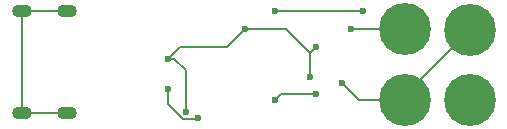
<source format=gbr>
%TF.GenerationSoftware,KiCad,Pcbnew,8.0.6*%
%TF.CreationDate,2025-04-05T03:11:41-05:00*%
%TF.ProjectId,battery protection board,62617474-6572-4792-9070-726f74656374,rev?*%
%TF.SameCoordinates,Original*%
%TF.FileFunction,Copper,L2,Bot*%
%TF.FilePolarity,Positive*%
%FSLAX46Y46*%
G04 Gerber Fmt 4.6, Leading zero omitted, Abs format (unit mm)*
G04 Created by KiCad (PCBNEW 8.0.6) date 2025-04-05 03:11:41*
%MOMM*%
%LPD*%
G01*
G04 APERTURE LIST*
%TA.AperFunction,ComponentPad*%
%ADD10C,4.400000*%
%TD*%
%TA.AperFunction,ComponentPad*%
%ADD11O,1.700000X1.100000*%
%TD*%
%TA.AperFunction,ViaPad*%
%ADD12C,0.600000*%
%TD*%
%TA.AperFunction,Conductor*%
%ADD13C,0.200000*%
%TD*%
G04 APERTURE END LIST*
D10*
%TO.P,O-,1,1*%
%TO.N,OUT-*%
X173500000Y-98500000D03*
%TD*%
%TO.P,O+,1,1*%
%TO.N,B+*%
X173500000Y-92550000D03*
%TD*%
D11*
%TO.P,J1,S1,SHIELD*%
%TO.N,unconnected-(J1-SHIELD-PadS1)*%
X139420000Y-90930000D03*
X135620000Y-90930000D03*
X139420000Y-99570000D03*
X135620000Y-99570000D03*
%TD*%
D10*
%TO.P,B-,1,1*%
%TO.N,B-*%
X168000000Y-92500000D03*
%TD*%
%TO.P,B+,1,1*%
%TO.N,B+*%
X168000000Y-98500000D03*
%TD*%
D12*
%TO.N,OUT-*%
X164500000Y-91000000D03*
X157000000Y-91000000D03*
%TO.N,B+*%
X162672500Y-97025000D03*
%TO.N,B-*%
X163500000Y-92500000D03*
%TO.N,Net-(U1-STDBY)*%
X148000000Y-97540000D03*
X150500000Y-100000000D03*
%TO.N,B+*%
X160500000Y-98000000D03*
X157000000Y-98500000D03*
%TO.N,Net-(D1-A)*%
X149500000Y-99500000D03*
X148000000Y-95000000D03*
X154500000Y-92500000D03*
X160000000Y-96550000D03*
X160500000Y-94000000D03*
%TD*%
D13*
%TO.N,unconnected-(J1-SHIELD-PadS1)*%
X135620000Y-99570000D02*
X135620000Y-90930000D01*
X135620000Y-99570000D02*
X139420000Y-99570000D01*
X139420000Y-90930000D02*
X135620000Y-90930000D01*
%TO.N,B+*%
X168000000Y-98050000D02*
X168000000Y-98500000D01*
X173500000Y-92550000D02*
X168000000Y-98050000D01*
%TO.N,OUT-*%
X157000000Y-91000000D02*
X164500000Y-91000000D01*
%TO.N,B+*%
X164147500Y-98500000D02*
X162672500Y-97025000D01*
X168000000Y-98500000D02*
X164147500Y-98500000D01*
%TO.N,B-*%
X168000000Y-92500000D02*
X163500000Y-92500000D01*
%TO.N,Net-(U1-STDBY)*%
X148000000Y-98848529D02*
X148000000Y-97540000D01*
X149251471Y-100100000D02*
X148000000Y-98848529D01*
X150400000Y-100100000D02*
X149251471Y-100100000D01*
X150500000Y-100000000D02*
X150400000Y-100100000D01*
%TO.N,B+*%
X157500000Y-98000000D02*
X160500000Y-98000000D01*
X157000000Y-98500000D02*
X157500000Y-98000000D01*
%TO.N,Net-(D1-A)*%
X149500000Y-96000000D02*
X149500000Y-99500000D01*
X148500000Y-95000000D02*
X149500000Y-96000000D01*
X148000000Y-95000000D02*
X148500000Y-95000000D01*
X153000000Y-94000000D02*
X154500000Y-92500000D01*
X149000000Y-94000000D02*
X153000000Y-94000000D01*
X148000000Y-95000000D02*
X149000000Y-94000000D01*
X158000000Y-92500000D02*
X160000000Y-94500000D01*
X154500000Y-92500000D02*
X158000000Y-92500000D01*
X160000000Y-94500000D02*
X160500000Y-94000000D01*
X160000000Y-96550000D02*
X160000000Y-94500000D01*
%TD*%
M02*

</source>
